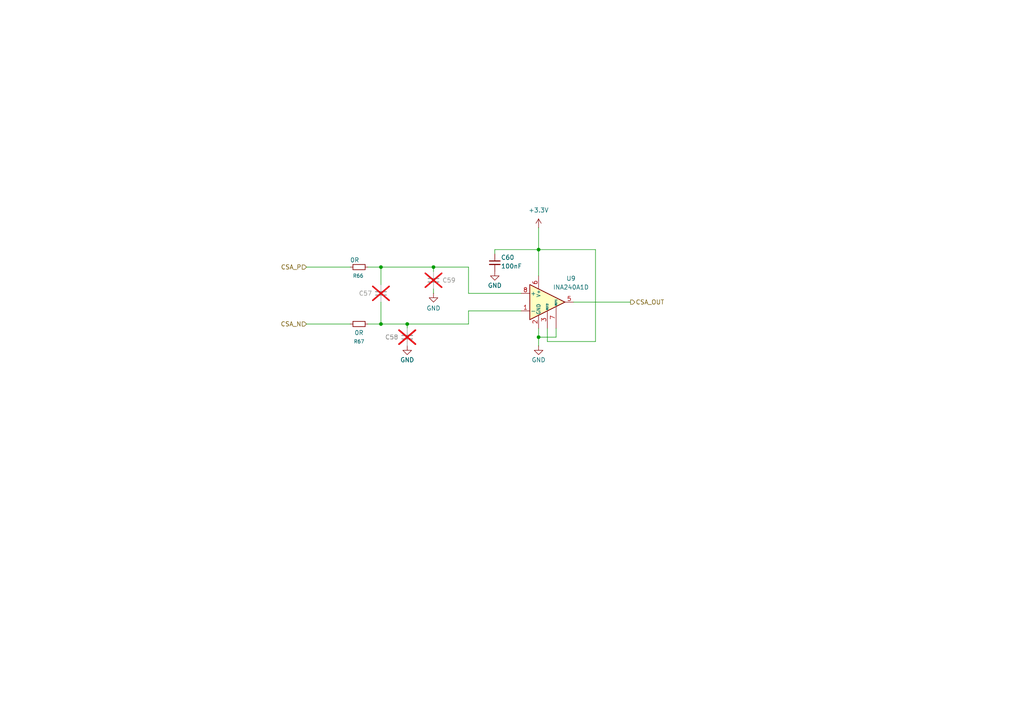
<source format=kicad_sch>
(kicad_sch (version 20250114) (generator "eeschema") (generator_version "9.0")
  (paper "A4")
  (lib_symbols
    (symbol "Amplifier_Current:INA240A1D" (pin_names (offset 0.127))
      (property "Reference" "U" (at 3.81 3.81 0))
      (property "Value" "INA240A1D" (at 3.81 -2.54 0))
      (symbol "INA240A1D_0_1"
        (polyline (pts (xy 5.08 0) (xy -5.08 5.08) (xy -5.08 -5.08) (xy 5.08 0)) (stroke (width 0.254)) (fill (type background)))
      )
      (symbol "INA240A1D_1_1"
        (pin input line (at -7.62 2.54 0) (length 2.54) (name "+") (number "8"))
        (pin input line (at -7.62 -2.54 0) (length 2.54) (name "-") (number "1"))
        (pin power_in line (at -2.54 7.62 270) (length 3.81) (name "V+") (number "6"))
        (pin power_in line (at -2.54 -7.62 90) (length 3.81) (name "GND") (number "2"))
        (pin passive line (at -2.54 -7.62 90) (length 3.81) (hide yes) (name "GND") (number "4"))
        (pin passive line (at 0 -7.62 90) (length 5.08) (name "REF2") (number "3"))
        (pin passive line (at 2.54 -7.62 90) (length 6.35) (name "REF1") (number "7"))
        (pin output line (at 7.62 0 180) (length 2.54) (name "~") (number "5"))
      )
    )
    (symbol "Device:C_Small" (pin_numbers (hide yes)) (pin_names (offset 0.254) (hide yes))
      (property "Reference" "C" (at 0.254 1.778 0))
      (property "Value" "C_Small" (at 0.254 -2.032 0))
      (symbol "C_Small_0_1"
        (polyline (pts (xy -1.524 0.508) (xy 1.524 0.508)) (stroke (width 0.3048)))
        (polyline (pts (xy -1.524 -0.508) (xy 1.524 -0.508)) (stroke (width 0.3302)))
      )
      (symbol "C_Small_1_1"
        (pin passive line (at 0 2.54 270) (length 2.032) (name "~") (number "1"))
        (pin passive line (at 0 -2.54 90) (length 2.032) (name "~") (number "2"))
      )
    )
    (symbol "Device:R_Small" (pin_numbers (hide yes)) (pin_names (offset 0.254) (hide yes))
      (property "Reference" "R" (at 0 0 90))
      (property "Value" "R_Small" (at 1.778 0 90))
      (symbol "R_Small_0_1"
        (rectangle (start -0.762 1.778) (end 0.762 -1.778) (stroke (width 0.2032)))
      )
      (symbol "R_Small_1_1"
        (pin passive line (at 0 2.54 270) (length 0.762) (name "~") (number "1"))
        (pin passive line (at 0 -2.54 90) (length 0.762) (name "~") (number "2"))
      )
    )
    (symbol "power:+3.3V" (power) (pin_numbers (hide yes)) (pin_names (offset 0) (hide yes))
      (property "Value" "+3.3V" (at 0 3.556 0))
      (symbol "+3.3V_0_1"
        (polyline (pts (xy -0.762 1.27) (xy 0 2.54)))
        (polyline (pts (xy 0 2.54) (xy 0.762 1.27)))
        (polyline (pts (xy 0 0) (xy 0 2.54)))
      )
      (symbol "+3.3V_1_1"
        (pin power_in line (at 0 0 90) (length 0) (name "~") (number "1"))
      )
    )
    (symbol "power:GND" (power) (pin_numbers (hide yes)) (pin_names (offset 0) (hide yes))
      (property "Value" "GND" (at 0 -3.81 0))
      (symbol "GND_0_1"
        (polyline (pts (xy 0 0) (xy 0 -1.27) (xy 1.27 -1.27) (xy 0 -2.54) (xy -1.27 -1.27) (xy 0 -1.27)))
      )
      (symbol "GND_1_1"
        (pin power_in line (at 0 0 270) (length 0) (name "~") (number "1"))
      )
    )
  )
  (junction (at 110.49 77.47))
  (junction (at 156.21 97.79))
  (junction (at 118.11 93.98))
  (junction (at 156.21 72.39))
  (junction (at 125.73 77.47))
  (junction (at 110.49 93.98))
  (wire (pts (xy 172.72 72.39) (xy 156.21 72.39)))
  (wire (pts (xy 135.89 85.09) (xy 135.89 77.47)))
  (wire (pts (xy 125.73 78.74) (xy 125.73 77.47)))
  (wire (pts (xy 135.89 90.17) (xy 135.89 93.98)))
  (wire (pts (xy 118.11 93.98) (xy 110.49 93.98)))
  (wire (pts (xy 110.49 82.55) (xy 110.49 77.47)))
  (wire (pts (xy 156.21 97.79) (xy 156.21 100.33)))
  (wire (pts (xy 151.13 85.09) (xy 135.89 85.09)))
  (wire (pts (xy 125.73 83.82) (xy 125.73 85.09)))
  (wire (pts (xy 110.49 77.47) (xy 125.73 77.47)))
  (wire (pts (xy 88.9 77.47) (xy 101.6 77.47)))
  (wire (pts (xy 110.49 77.47) (xy 106.68 77.47)))
  (wire (pts (xy 143.51 73.66) (xy 143.51 72.39)))
  (wire (pts (xy 156.21 72.39) (xy 156.21 80.01)))
  (wire (pts (xy 88.9 93.98) (xy 101.6 93.98)))
  (wire (pts (xy 161.29 95.25) (xy 161.29 97.79)))
  (wire (pts (xy 118.11 93.98) (xy 135.89 93.98)))
  (wire (pts (xy 182.88 87.63) (xy 166.37 87.63)))
  (wire (pts (xy 118.11 95.25) (xy 118.11 93.98)))
  (wire (pts (xy 172.72 99.06) (xy 172.72 72.39)))
  (wire (pts (xy 110.49 93.98) (xy 106.68 93.98)))
  (wire (pts (xy 158.75 95.25) (xy 158.75 99.06)))
  (wire (pts (xy 143.51 72.39) (xy 156.21 72.39)))
  (wire (pts (xy 156.21 97.79) (xy 161.29 97.79)))
  (wire (pts (xy 156.21 66.04) (xy 156.21 72.39)))
  (wire (pts (xy 125.73 77.47) (xy 135.89 77.47)))
  (wire (pts (xy 156.21 95.25) (xy 156.21 97.79)))
  (wire (pts (xy 158.75 99.06) (xy 172.72 99.06)))
  (wire (pts (xy 110.49 87.63) (xy 110.49 93.98)))
  (wire (pts (xy 151.13 90.17) (xy 135.89 90.17)))
  (hierarchical_label "CSA_N" (shape input) (at 88.9 93.98 180))
  (hierarchical_label "CSA_OUT" (shape output) (at 182.88 87.63 0))
  (hierarchical_label "CSA_P" (shape input) (at 88.9 77.47 180))
  (symbol (lib_id "Amplifier_Current:INA240A1D") (at 158.75 87.63 0) (unit 1) (in_bom no)
    (property "Reference" "U9" (at 165.608 80.772 0))
    (property "Value" "INA240A1D" (at 165.608 83.312 0))
    (property "Footprint" "Package_SO:SOIC-8_3.9x4.9mm_P1.27mm" (effects (hide yes)))
    (property "Datasheet" "http://www.ti.com/lit/ds/symlink/ina240.pdf" (effects (hide yes)))
    (property "Description" "High- and Low-Side, Bidirectional, Zero-Drift, Current-Sense Amplifier With Enhanced PWM Rejection, 20V/V, SOIC-8" (effects (hide yes)))
    (instances (project "bldc_driver_hw" (path "" (reference "U9") (unit 1)) (path "" (reference "U11") (unit 1)) (path "" (reference "U10") (unit 1))))
  )
  (symbol (lib_id "power:GND") (at 143.51 78.74 0) (unit 1)
    (property "Reference" "#PWR0134" (effects (hide yes)))
    (property "Value" "GND" (at 143.51 82.804 0))
    (property "Description" "Power symbol creates a global label with name \"GND\" , ground" (effects (hide yes)))
    (instances (project "bldc_driver_hw" (path "" (reference "#PWR0134") (unit 1)) (path "" (reference "#PWR0144") (unit 1)) (path "" (reference "#PWR0139") (unit 1))))
  )
  (symbol (lib_id "power:GND") (at 156.21 100.33 0) (unit 1)
    (property "Reference" "#PWR0136" (effects (hide yes)))
    (property "Value" "GND" (at 156.21 104.394 0))
    (property "Description" "Power symbol creates a global label with name \"GND\" , ground" (effects (hide yes)))
    (instances (project "bldc_driver_hw" (path "" (reference "#PWR0136") (unit 1)) (path "" (reference "#PWR0146") (unit 1)) (path "" (reference "#PWR0141") (unit 1))))
  )
  (symbol (lib_id "power:GND") (at 118.11 100.33 0) (unit 1)
    (property "Reference" "#PWR0132" (effects (hide yes)))
    (property "Value" "GND" (at 118.11 104.394 0))
    (property "Description" "Power symbol creates a global label with name \"GND\" , ground" (effects (hide yes)))
    (instances (project "bldc_driver_hw" (path "" (reference "#PWR0132") (unit 1)) (path "" (reference "#PWR0142") (unit 1)) (path "" (reference "#PWR0137") (unit 1))))
  )
  (symbol (lib_id "Device:C_Small") (at 125.73 81.28 0) (unit 1) (in_bom no) (dnp yes)
    (property "Reference" "C59" (at 128.27 81.2862 0) (effects (justify left)))
    (property "Value" "C_Small" (effects (hide yes)))
    (property "Footprint" "Capacitor_SMD:C_0603_1608Metric" (effects (hide yes)))
    (property "Description" "Unpolarized capacitor, small symbol" (effects (hide yes)))
    (instances (project "bldc_driver_hw" (path "" (reference "C59") (unit 1)) (path "" (reference "C67") (unit 1)) (path "" (reference "C63") (unit 1))))
  )
  (symbol (lib_id "power:GND") (at 125.73 85.09 0) (unit 1)
    (property "Reference" "#PWR0133" (effects (hide yes)))
    (property "Value" "GND" (at 125.73 89.408 0))
    (property "Description" "Power symbol creates a global label with name \"GND\" , ground" (effects (hide yes)))
    (instances (project "bldc_driver_hw" (path "" (reference "#PWR0133") (unit 1)) (path "" (reference "#PWR0143") (unit 1)) (path "" (reference "#PWR0138") (unit 1))))
  )
  (symbol (lib_id "power:+3.3V") (at 156.21 66.04 0) (unit 1)
    (property "Reference" "#PWR0135" (effects (hide yes)))
    (property "Value" "+3.3V" (at 156.21 60.96 0))
    (property "Description" "Power symbol creates a global label with name \"+3.3V\"" (effects (hide yes)))
    (instances (project "" (path "" (reference "#PWR0135") (unit 1)) (path "" (reference "#PWR0145") (unit 1)) (path "" (reference "#PWR0140") (unit 1))))
  )
  (symbol (lib_id "Device:C_Small") (at 118.11 97.79 180) (unit 1) (in_bom no) (dnp yes)
    (property "Reference" "C58" (at 115.57 97.7838 0) (effects (justify left)))
    (property "Value" "C_Small" (effects (hide yes)))
    (property "Footprint" "Capacitor_SMD:C_0603_1608Metric" (effects (hide yes)))
    (property "Description" "Unpolarized capacitor, small symbol" (effects (hide yes)))
    (instances (project "bldc_driver_hw" (path "" (reference "C58") (unit 1)) (path "" (reference "C66") (unit 1)) (path "" (reference "C62") (unit 1))))
  )
  (symbol (lib_id "Device:R_Small") (at 104.14 93.98 270) (unit 1)
    (property "Reference" "R67" (at 104.14 99.06 90) (effects (font (size 1.016 1.016))))
    (property "Value" "0R" (at 104.14 96.52 90))
    (property "Footprint" "Resistor_SMD:R_0603_1608Metric" (effects (hide yes)))
    (property "Description" "Resistor, small symbol" (effects (hide yes)))
    (property "LCSC" "C21189" (effects (hide yes)))
    (instances (project "bldc_driver_hw" (path "" (reference "R67") (unit 1)) (path "" (reference "R71") (unit 1)) (path "" (reference "R69") (unit 1))))
  )
  (symbol (lib_id "Device:C_Small") (at 143.51 76.2 0) (unit 1)
    (property "Reference" "C60" (at 145.288 74.676 0) (effects (justify left)))
    (property "Value" "100nF" (at 145.288 77.216 0) (effects (justify left)))
    (property "Footprint" "Capacitor_SMD:C_0603_1608Metric" (effects (hide yes)))
    (property "Description" "Unpolarized capacitor, small symbol" (effects (hide yes)))
    (property "LCSC" "C14663" (effects (hide yes)))
    (instances (project "bldc_driver_hw" (path "" (reference "C60") (unit 1)) (path "" (reference "C68") (unit 1)) (path "" (reference "C64") (unit 1))))
  )
  (symbol (lib_id "Device:R_Small") (at 104.14 77.47 270) (unit 1)
    (property "Reference" "R66" (at 103.886 80.01 90) (effects (font (size 1.016 1.016))))
    (property "Value" "0R" (at 102.87 75.438 90))
    (property "Footprint" "Resistor_SMD:R_0603_1608Metric" (effects (hide yes)))
    (property "Description" "Resistor, small symbol" (effects (hide yes)))
    (property "LCSC" "C21189" (effects (hide yes)))
    (instances (project "bldc_driver_hw" (path "" (reference "R66") (unit 1)) (path "" (reference "R70") (unit 1)) (path "" (reference "R68") (unit 1))))
  )
  (symbol (lib_id "Device:C_Small") (at 110.49 85.09 180) (unit 1) (in_bom no) (dnp yes)
    (property "Reference" "C57" (at 107.95 85.0838 0) (effects (justify left)))
    (property "Value" "C_Small" (effects (hide yes)))
    (property "Footprint" "Capacitor_SMD:C_0603_1608Metric" (effects (hide yes)))
    (property "Description" "Unpolarized capacitor, small symbol" (effects (hide yes)))
    (instances (project "bldc_driver_hw" (path "" (reference "C57") (unit 1)) (path "" (reference "C65") (unit 1)) (path "" (reference "C61") (unit 1))))
  )
)
</source>
